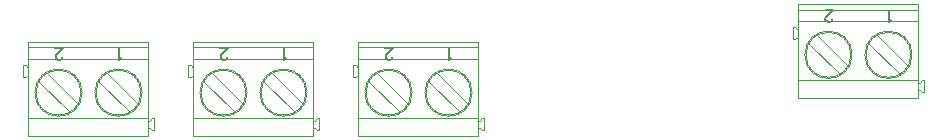
<source format=gbr>
%TF.GenerationSoftware,Altium Limited,Altium Designer,22.0.2 (36)*%
G04 Layer_Color=8388736*
%FSLAX45Y45*%
%MOMM*%
%TF.SameCoordinates,D2D0E374-18DE-4B15-8EA8-0B9E4DC8859C*%
%TF.FilePolarity,Positive*%
%TF.FileFunction,Other,Mechanical_14*%
%TF.Part,Single*%
G01*
G75*
%TA.AperFunction,NonConductor*%
%ADD61C,0.20000*%
%ADD63C,0.10000*%
D61*
X2277737Y7528146D02*
X2268215Y7523385D01*
X2253933Y7509102D01*
Y7609081D01*
X1776836Y7532907D02*
Y7528146D01*
X1772075Y7518624D01*
X1767314Y7513863D01*
X1757793Y7509102D01*
X1738749D01*
X1729227Y7513863D01*
X1724466Y7518624D01*
X1719706Y7528146D01*
Y7537667D01*
X1724466Y7547189D01*
X1733988Y7561472D01*
X1781597Y7609081D01*
X1714945D01*
X4570836Y7532907D02*
Y7528146D01*
X4566075Y7518624D01*
X4561314Y7513863D01*
X4551793Y7509102D01*
X4532749D01*
X4523227Y7513863D01*
X4518466Y7518624D01*
X4513706Y7528146D01*
Y7537667D01*
X4518466Y7547189D01*
X4527988Y7561472D01*
X4575597Y7609081D01*
X4508945D01*
X5071737Y7528146D02*
X5062215Y7523385D01*
X5047933Y7509102D01*
Y7609081D01*
X3173836Y7532907D02*
Y7528146D01*
X3169075Y7518624D01*
X3164314Y7513863D01*
X3154793Y7509102D01*
X3135749D01*
X3126227Y7513863D01*
X3121466Y7518624D01*
X3116706Y7528146D01*
Y7537667D01*
X3121466Y7547189D01*
X3130988Y7561472D01*
X3178597Y7609081D01*
X3111945D01*
X3674737Y7528146D02*
X3665215Y7523385D01*
X3650932Y7509102D01*
Y7609081D01*
X8295795Y7853814D02*
Y7849053D01*
X8291034Y7839531D01*
X8286273Y7834770D01*
X8276751Y7830009D01*
X8257708D01*
X8248186Y7834770D01*
X8243425Y7839531D01*
X8238664Y7849053D01*
Y7858575D01*
X8243425Y7868097D01*
X8252947Y7882379D01*
X8300556Y7929988D01*
X8233903D01*
X8796695Y7849053D02*
X8787174Y7844292D01*
X8772891Y7830009D01*
Y7929988D01*
D63*
X1944541Y7231393D02*
G03*
X1944541Y7231393I-200000J0D01*
G01*
X1934541D02*
G03*
X1934541Y7231393I-190000J0D01*
G01*
X2452542D02*
G03*
X2452542Y7231393I-200000J0D01*
G01*
X2442542D02*
G03*
X2442542Y7231393I-190000J0D01*
G01*
X5236542D02*
G03*
X5236542Y7231393I-190000J0D01*
G01*
X5246542D02*
G03*
X5246542Y7231393I-200000J0D01*
G01*
X4728541D02*
G03*
X4728541Y7231393I-190000J0D01*
G01*
X4738541D02*
G03*
X4738541Y7231393I-200000J0D01*
G01*
X3839542D02*
G03*
X3839542Y7231393I-190000J0D01*
G01*
X3849542D02*
G03*
X3849542Y7231393I-200000J0D01*
G01*
X3331541D02*
G03*
X3331541Y7231393I-190000J0D01*
G01*
X3341541D02*
G03*
X3341541Y7231393I-200000J0D01*
G01*
X8961500Y7552300D02*
G03*
X8961500Y7552300I-190000J0D01*
G01*
X8971500D02*
G03*
X8971500Y7552300I-200000J0D01*
G01*
X8453500D02*
G03*
X8453500Y7552300I-190000J0D01*
G01*
X8463500D02*
G03*
X8463500Y7552300I-200000J0D01*
G01*
X1490541Y6864092D02*
X2506542D01*
X1490541D02*
Y7664093D01*
X2506542D01*
Y6864092D02*
Y7664093D01*
Y6934092D02*
X2516542D01*
X2536542Y6914092D01*
X2556542D01*
Y7014092D01*
X2536542D02*
X2556542D01*
X2516542Y6994092D02*
X2536542Y7014092D01*
X2506542Y6994092D02*
X2516542D01*
X1485541Y7384093D02*
X1490541D01*
X1465541Y7364093D02*
X1485541Y7384093D01*
X1445541Y7364093D02*
X1465541D01*
X1445541D02*
Y7464093D01*
X1465541D01*
X1485541Y7444093D01*
X1490541D01*
X1579571Y7325652D02*
X1838801Y7066422D01*
X1650282Y7396363D02*
X1909512Y7137133D01*
X2087571Y7325652D02*
X2346801Y7066422D01*
X2158282Y7396363D02*
X2417512Y7137133D01*
X1490541Y7514093D02*
X2506542D01*
X1490541Y7614093D02*
X2506542D01*
X1490541Y7014092D02*
X2506542D01*
X4284541D02*
X5300542D01*
X4284541Y7614093D02*
X5300542D01*
X4284541Y7514093D02*
X5300542D01*
X4952282Y7396363D02*
X5211512Y7137133D01*
X4881571Y7325652D02*
X5140801Y7066422D01*
X4444282Y7396363D02*
X4703512Y7137133D01*
X4373571Y7325652D02*
X4632801Y7066422D01*
X4279541Y7444093D02*
X4284541D01*
X4259541Y7464093D02*
X4279541Y7444093D01*
X4239541Y7464093D02*
X4259541D01*
X4239541Y7364093D02*
Y7464093D01*
Y7364093D02*
X4259541D01*
X4279541Y7384093D01*
X4284541D01*
X5300542Y6994092D02*
X5310542D01*
X5330542Y7014092D01*
X5350542D01*
Y6914092D02*
Y7014092D01*
X5330542Y6914092D02*
X5350542D01*
X5310542Y6934092D02*
X5330542Y6914092D01*
X5300542Y6934092D02*
X5310542D01*
X5300542Y6864092D02*
Y7664093D01*
X4284541D02*
X5300542D01*
X4284541Y6864092D02*
Y7664093D01*
Y6864092D02*
X5300542D01*
X2887541Y7014092D02*
X3903542D01*
X2887541Y7614093D02*
X3903542D01*
X2887541Y7514093D02*
X3903542D01*
X3555282Y7396363D02*
X3814512Y7137133D01*
X3484571Y7325652D02*
X3743801Y7066422D01*
X3047282Y7396363D02*
X3306512Y7137133D01*
X2976571Y7325652D02*
X3235801Y7066422D01*
X2882541Y7444093D02*
X2887541D01*
X2862541Y7464093D02*
X2882541Y7444093D01*
X2842541Y7464093D02*
X2862541D01*
X2842541Y7364093D02*
Y7464093D01*
Y7364093D02*
X2862541D01*
X2882541Y7384093D01*
X2887541D01*
X3903542Y6994092D02*
X3913542D01*
X3933542Y7014092D01*
X3953542D01*
Y6914092D02*
Y7014092D01*
X3933542Y6914092D02*
X3953542D01*
X3913542Y6934092D02*
X3933542Y6914092D01*
X3903542Y6934092D02*
X3913542D01*
X3903542Y6864092D02*
Y7664093D01*
X2887541D02*
X3903542D01*
X2887541Y6864092D02*
Y7664093D01*
Y6864092D02*
X3903542D01*
X8009500Y7335000D02*
X9025500D01*
X8009500Y7935000D02*
X9025500D01*
X8009500Y7835000D02*
X9025500D01*
X8677241Y7717270D02*
X8936471Y7458040D01*
X8606530Y7646560D02*
X8865760Y7387330D01*
X8169240Y7717270D02*
X8428470Y7458040D01*
X8098530Y7646560D02*
X8357760Y7387330D01*
X8004500Y7765000D02*
X8009500D01*
X7984500Y7785000D02*
X8004500Y7765000D01*
X7964500Y7785000D02*
X7984500D01*
X7964500Y7685000D02*
Y7785000D01*
Y7685000D02*
X7984500D01*
X8004500Y7705000D01*
X8009500D01*
X9025500Y7315000D02*
X9035500D01*
X9055500Y7335000D01*
X9075501D01*
Y7235000D02*
Y7335000D01*
X9055500Y7235000D02*
X9075501D01*
X9035500Y7255000D02*
X9055500Y7235000D01*
X9025500Y7255000D02*
X9035500D01*
X9025500Y7185000D02*
Y7985000D01*
X8009500D02*
X9025500D01*
X8009500Y7185000D02*
Y7985000D01*
Y7185000D02*
X9025500D01*
%TF.MD5,3bce8fa583676a7551a055b11ca0d176*%
M02*

</source>
